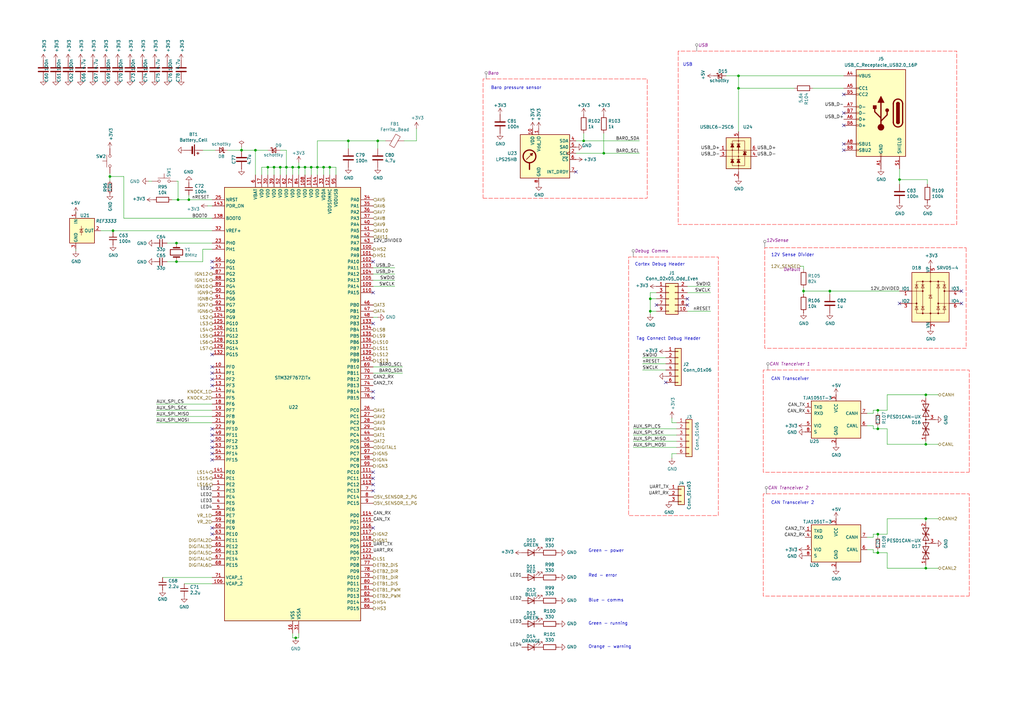
<source format=kicad_sch>
(kicad_sch (version 20250114) (generator "eeschema") (generator_version "9.0")
  (paper "A3")
  (title_block (title "rusEfi Proteus") (date "2022-04-09") (rev "v0.7") (company "rusEFI") (comment 1 "github.com/mck1117/proteus") (comment 2 "rusefi.com/s/proteus"))
  (text "USB" (at 280.035 27.305 0) (effects (font (size 1.27 1.27)) (justify left bottom)))
  (text "CAN Transceiver 2" (at 316.23 207.01 0) (effects (font (size 1.27 1.27)) (justify left bottom)))
  (text "CAN Transceiver" (at 316.23 156.21 0) (effects (font (size 1.27 1.27)) (justify left bottom)))
  (text "Green - running" (at 241.3 256.54 0) (effects (font (size 1.27 1.27)) (justify left bottom)))
  (text "12V Sense Divider" (at 316.23 105.41 0) (effects (font (size 1.27 1.27)) (justify left bottom)))
  (text "Red - error" (at 241.3 236.855 0) (effects (font (size 1.27 1.27)) (justify left bottom)))
  (text "Green - power" (at 241.3 226.695 0) (effects (font (size 1.27 1.27)) (justify left bottom)))
  (text "Tag Connect Debug Header" (at 260.985 139.7 0) (effects (font (size 1.27 1.27)) (justify left bottom)))
  (text "Cortex Debug Header" (at 260.35 109.22 0) (effects (font (size 1.27 1.27)) (justify left bottom)))
  (text "Baro pressure sensor" (at 201.295 36.83 0) (effects (font (size 1.27 1.27)) (justify left bottom)))
  (text "Blue - comms" (at 241.3 247.015 0) (effects (font (size 1.27 1.27)) (justify left bottom)))
  (text "Orange - warning" (at 241.3 266.065 0) (effects (font (size 1.27 1.27)) (justify left bottom)))
  (junction (at 117.475 68.58))
  (junction (at 247.65 62.865))
  (junction (at 73.025 81.915))
  (junction (at 120.015 68.58))
  (junction (at 379.73 212.725))
  (junction (at 329.565 119.38))
  (junction (at 360.045 168.275))
  (junction (at 266.7 122.555))
  (junction (at 45.085 72.39))
  (junction (at 114.935 68.58))
  (junction (at 360.045 226.695))
  (junction (at 112.395 68.58))
  (junction (at 142.875 57.785))
  (junction (at 72.39 99.695))
  (junction (at 379.73 182.245))
  (junction (at 340.36 119.38))
  (junction (at 77.47 81.915))
  (junction (at 99.06 61.595))
  (junction (at 132.715 68.58))
  (junction (at 302.895 31.115))
  (junction (at 266.7 127.635))
  (junction (at 127.635 68.58))
  (junction (at 104.775 61.595))
  (junction (at 302.895 36.195))
  (junction (at 154.94 57.785))
  (junction (at 239.395 57.785))
  (junction (at 379.73 161.925))
  (junction (at 368.935 73.66))
  (junction (at 121.285 261.62))
  (junction (at 135.255 68.58))
  (junction (at 122.555 68.58))
  (junction (at 125.095 68.58))
  (junction (at 360.045 219.075))
  (junction (at 379.73 233.045))
  (junction (at 46.355 94.615))
  (junction (at 109.855 68.58))
  (junction (at 360.045 175.895))
  (junction (at 130.175 68.58))
  (junction (at 72.39 107.315))
  (no_connect (at 273.05 156.845))
  (no_connect (at 346.075 38.735))
  (no_connect (at 394.335 119.38))
  (no_connect (at 86.995 180.975))
  (no_connect (at 86.995 216.535))
  (no_connect (at 281.94 125.095))
  (no_connect (at 86.995 183.515))
  (no_connect (at 153.035 196.215))
  (no_connect (at 86.995 158.115))
  (no_connect (at 153.035 160.655))
  (no_connect (at 153.035 107.315))
  (no_connect (at 86.995 109.855))
  (no_connect (at 153.035 120.015))
  (no_connect (at 86.995 175.895))
  (no_connect (at 86.995 155.575))
  (no_connect (at 153.035 201.295))
  (no_connect (at 281.94 122.555))
  (no_connect (at 236.22 70.485))
  (no_connect (at 368.935 124.46))
  (no_connect (at 86.995 186.055))
  (no_connect (at 153.035 198.755))
  (no_connect (at 86.995 145.415))
  (no_connect (at 269.24 125.095))
  (no_connect (at 86.995 178.435))
  (no_connect (at 153.035 216.535))
  (no_connect (at 86.995 107.315))
  (no_connect (at 86.995 150.495))
  (no_connect (at 153.035 132.715))
  (no_connect (at 346.075 61.595))
  (no_connect (at 153.035 163.195))
  (no_connect (at 346.075 51.435))
  (no_connect (at 153.035 193.675))
  (no_connect (at 86.995 153.035))
  (no_connect (at 394.335 124.46))
  (no_connect (at 346.075 46.355))
  (no_connect (at 346.075 59.055))
  (no_connect (at 86.995 188.595))
  (no_connect (at 86.995 219.075))
  (wire (pts (xy 142.875 57.785) (xy 142.875 60.96)))
  (wire (pts (xy 358.14 174.625) (xy 358.14 175.895)))
  (wire (pts (xy 384.81 233.045) (xy 379.73 233.045)))
  (wire (pts (xy 239.395 57.785) (xy 262.255 57.785)))
  (wire (pts (xy 360.045 175.895) (xy 358.14 175.895)))
  (wire (pts (xy 122.555 261.62) (xy 122.555 259.715)))
  (wire (pts (xy 247.65 54.61) (xy 247.65 62.865)))
  (wire (pts (xy 153.035 112.395) (xy 161.925 112.395)))
  (wire (pts (xy 355.6 174.625) (xy 358.14 174.625)))
  (wire (pts (xy 302.895 31.115) (xy 302.895 36.195)))
  (wire (pts (xy 236.22 57.785) (xy 239.395 57.785)))
  (wire (pts (xy 121.285 261.62) (xy 122.555 261.62)))
  (wire (pts (xy 363.855 175.895) (xy 360.045 175.895)))
  (wire (pts (xy 46.355 94.615) (xy 86.995 94.615)))
  (wire (pts (xy 86.995 170.815) (xy 64.135 170.815)))
  (wire (pts (xy 161.925 109.855) (xy 153.035 109.855)))
  (wire (pts (xy 360.045 220.345) (xy 360.045 219.075)))
  (wire (pts (xy 66.675 236.855) (xy 86.995 236.855)))
  (wire (pts (xy 137.795 68.58) (xy 137.795 71.755)))
  (wire (pts (xy 83.185 61.595) (xy 88.265 61.595)))
  (wire (pts (xy 355.6 169.545) (xy 358.14 169.545)))
  (wire (pts (xy 259.715 175.895) (xy 277.495 175.895)))
  (wire (pts (xy 363.855 212.725) (xy 363.855 219.075)))
  (wire (pts (xy 360.045 168.275) (xy 358.14 168.275)))
  (wire (pts (xy 360.045 219.075) (xy 358.14 219.075)))
  (wire (pts (xy 236.22 62.865) (xy 247.65 62.865)))
  (wire (pts (xy 379.73 161.925) (xy 363.855 161.925)))
  (wire (pts (xy 83.185 102.235) (xy 83.185 107.315)))
  (wire (pts (xy 46.355 94.615) (xy 46.355 95.25)))
  (wire (pts (xy 269.24 127.635) (xy 266.7 127.635)))
  (wire (pts (xy 120.015 68.58) (xy 120.015 71.755)))
  (wire (pts (xy 127.635 68.58) (xy 130.175 68.58)))
  (wire (pts (xy 45.085 72.39) (xy 50.8 72.39)))
  (wire (pts (xy 112.395 68.58) (xy 114.935 68.58)))
  (wire (pts (xy 379.73 212.725) (xy 379.73 213.995)))
  (wire (pts (xy 281.94 120.015) (xy 291.465 120.015)))
  (wire (pts (xy 263.525 149.225) (xy 273.05 149.225)))
  (wire (pts (xy 302.895 31.115) (xy 297.815 31.115)))
  (wire (pts (xy 358.14 169.545) (xy 358.14 168.275)))
  (wire (pts (xy 125.095 68.58) (xy 125.095 71.755)))
  (wire (pts (xy 77.47 81.915) (xy 86.995 81.915)))
  (wire (pts (xy 302.895 36.195) (xy 302.895 53.975)))
  (wire (pts (xy 360.045 219.075) (xy 363.855 219.075)))
  (wire (pts (xy 384.81 212.725) (xy 379.73 212.725)))
  (wire (pts (xy 117.475 68.58) (xy 120.015 68.58)))
  (wire (pts (xy 291.465 127.635) (xy 281.94 127.635)))
  (wire (pts (xy 109.855 68.58) (xy 109.855 71.755)))
  (wire (pts (xy 360.045 226.695) (xy 358.14 226.695)))
  (wire (pts (xy 333.375 36.195) (xy 346.075 36.195)))
  (wire (pts (xy 340.36 119.38) (xy 368.935 119.38)))
  (wire (pts (xy 122.555 68.58) (xy 122.555 71.755)))
  (wire (pts (xy 130.175 68.58) (xy 132.715 68.58)))
  (wire (pts (xy 60.96 74.295) (xy 62.23 74.295)))
  (wire (pts (xy 83.185 102.235) (xy 86.995 102.235)))
  (wire (pts (xy 114.935 61.595) (xy 117.475 61.595)))
  (wire (pts (xy 153.035 153.035) (xy 165.1 153.035)))
  (wire (pts (xy 329.565 119.38) (xy 340.36 119.38)))
  (wire (pts (xy 275.59 173.355) (xy 277.495 173.355)))
  (wire (pts (xy 165.1 150.495) (xy 153.035 150.495)))
  (wire (pts (xy 114.935 68.58) (xy 114.935 71.755)))
  (wire (pts (xy 266.7 120.015) (xy 269.24 120.015)))
  (wire (pts (xy 117.475 61.595) (xy 117.475 68.58)))
  (wire (pts (xy 107.315 68.58) (xy 107.315 71.755)))
  (wire (pts (xy 384.81 182.245) (xy 379.73 182.245)))
  (wire (pts (xy 329.565 110.49) (xy 329.565 109.22)))
  (wire (pts (xy 75.565 239.395) (xy 86.995 239.395)))
  (wire (pts (xy 132.715 68.58) (xy 135.255 68.58)))
  (wire (pts (xy 153.035 130.175) (xy 154.94 130.175)))
  (wire (pts (xy 302.895 36.195) (xy 325.755 36.195)))
  (wire (pts (xy 31.115 86.995) (xy 31.115 87.63)))
  (wire (pts (xy 73.025 74.295) (xy 73.025 81.915)))
  (wire (pts (xy 117.475 68.58) (xy 117.475 71.755)))
  (wire (pts (xy 329.565 118.11) (xy 329.565 119.38)))
  (wire (pts (xy 358.14 225.425) (xy 358.14 226.695)))
  (wire (pts (xy 120.015 261.62) (xy 121.285 261.62)))
  (wire (pts (xy 93.345 61.595) (xy 99.06 61.595)))
  (wire (pts (xy 45.085 71.12) (xy 45.085 72.39)))
  (wire (pts (xy 99.06 61.595) (xy 104.775 61.595)))
  (wire (pts (xy 302.895 31.115) (xy 346.075 31.115)))
  (wire (pts (xy 275.59 186.055) (xy 277.495 186.055)))
  (wire (pts (xy 384.81 161.925) (xy 379.73 161.925)))
  (wire (pts (xy 247.65 62.865) (xy 262.255 62.865)))
  (wire (pts (xy 130.175 57.785) (xy 142.875 57.785)))
  (wire (pts (xy 77.47 81.915) (xy 77.47 80.01)))
  (wire (pts (xy 275.59 171.45) (xy 275.59 173.355)))
  (wire (pts (xy 329.565 109.22) (xy 328.295 109.22)))
  (wire (pts (xy 135.255 68.58) (xy 137.795 68.58)))
  (wire (pts (xy 45.085 72.39) (xy 45.085 74.295)))
  (wire (pts (xy 161.925 114.935) (xy 153.035 114.935)))
  (wire (pts (xy 109.855 68.58) (xy 112.395 68.58)))
  (wire (pts (xy 73.025 81.915) (xy 77.47 81.915)))
  (wire (pts (xy 275.59 187.96) (xy 275.59 186.055)))
  (wire (pts (xy 68.58 107.315) (xy 72.39 107.315)))
  (wire (pts (xy 161.925 117.475) (xy 153.035 117.475)))
  (wire (pts (xy 130.175 68.58) (xy 130.175 71.755)))
  (wire (pts (xy 281.94 117.475) (xy 291.465 117.475)))
  (wire (pts (xy 363.855 182.245) (xy 363.855 175.895)))
  (wire (pts (xy 72.39 99.695) (xy 68.58 99.695)))
  (wire (pts (xy 266.7 127.635) (xy 266.7 122.555)))
  (wire (pts (xy 31.115 102.235) (xy 31.115 102.87)))
  (wire (pts (xy 64.135 165.735) (xy 86.995 165.735)))
  (wire (pts (xy 340.36 119.38) (xy 340.36 120.65)))
  (wire (pts (xy 239.395 54.61) (xy 239.395 57.785)))
  (wire (pts (xy 368.935 73.66) (xy 368.935 75.565)))
  (wire (pts (xy 99.06 60.325) (xy 99.06 61.595)))
  (wire (pts (xy 277.495 180.975) (xy 259.715 180.975)))
  (wire (pts (xy 122.555 68.58) (xy 125.095 68.58)))
  (wire (pts (xy 379.73 233.045) (xy 363.855 233.045)))
  (wire (pts (xy 86.995 173.355) (xy 64.135 173.355)))
  (wire (pts (xy 259.715 178.435) (xy 277.495 178.435)))
  (wire (pts (xy 363.855 161.925) (xy 363.855 168.275)))
  (wire (pts (xy 70.485 81.915) (xy 73.025 81.915)))
  (wire (pts (xy 273.05 146.685) (xy 263.525 146.685)))
  (wire (pts (xy 125.095 68.58) (xy 127.635 68.58)))
  (wire (pts (xy 380.365 75.565) (xy 380.365 73.66)))
  (wire (pts (xy 50.8 89.535) (xy 86.995 89.535)))
  (wire (pts (xy 266.7 122.555) (xy 266.7 120.015)))
  (wire (pts (xy 355.6 225.425) (xy 358.14 225.425)))
  (wire (pts (xy 379.73 161.925) (xy 379.73 163.195)))
  (wire (pts (xy 269.24 122.555) (xy 266.7 122.555)))
  (wire (pts (xy 107.315 68.58) (xy 109.855 68.58)))
  (wire (pts (xy 358.14 220.345) (xy 358.14 219.075)))
  (wire (pts (xy 360.045 169.545) (xy 360.045 168.275)))
  (wire (pts (xy 154.94 57.785) (xy 142.875 57.785)))
  (wire (pts (xy 120.015 261.62) (xy 120.015 259.715)))
  (wire (pts (xy 154.94 60.96) (xy 154.94 57.785)))
  (wire (pts (xy 355.6 220.345) (xy 358.14 220.345)))
  (wire (pts (xy 85.09 84.455) (xy 86.995 84.455)))
  (wire (pts (xy 154.94 57.785) (xy 158.115 57.785)))
  (wire (pts (xy 130.175 57.785) (xy 130.175 68.58)))
  (wire (pts (xy 360.045 168.275) (xy 363.855 168.275)))
  (wire (pts (xy 170.815 57.785) (xy 170.815 52.705)))
  (wire (pts (xy 368.935 73.66) (xy 380.365 73.66)))
  (wire (pts (xy 379.73 182.245) (xy 363.855 182.245)))
  (wire (pts (xy 132.715 68.58) (xy 132.715 71.755)))
  (wire (pts (xy 363.855 226.695) (xy 360.045 226.695)))
  (wire (pts (xy 50.8 72.39) (xy 50.8 89.535)))
  (wire (pts (xy 266.7 127.635) (xy 266.7 128.905)))
  (wire (pts (xy 165.735 57.785) (xy 170.815 57.785)))
  (wire (pts (xy 122.555 66.675) (xy 122.555 68.58)))
  (wire (pts (xy 379.73 212.725) (xy 363.855 212.725)))
  (wire (pts (xy 379.73 233.045) (xy 379.73 231.775)))
  (wire (pts (xy 41.275 94.615) (xy 46.355 94.615)))
  (wire (pts (xy 368.935 69.215) (xy 368.935 73.66)))
  (wire (pts (xy 120.015 68.58) (xy 122.555 68.58)))
  (wire (pts (xy 64.135 168.275) (xy 86.995 168.275)))
  (wire (pts (xy 360.045 225.425) (xy 360.045 226.695)))
  (wire (pts (xy 109.855 61.595) (xy 104.775 61.595)))
  (wire (pts (xy 360.045 174.625) (xy 360.045 175.895)))
  (wire (pts (xy 273.05 151.765) (xy 263.525 151.765)))
  (wire (pts (xy 135.255 68.58) (xy 135.255 71.755)))
  (wire (pts (xy 127.635 68.58) (xy 127.635 71.755)))
  (wire (pts (xy 277.495 183.515) (xy 259.715 183.515)))
  (wire (pts (xy 72.39 107.315) (xy 83.185 107.315)))
  (wire (pts (xy 379.73 182.245) (xy 379.73 180.975)))
  (wire (pts (xy 72.39 99.695) (xy 86.995 99.695)))
  (wire (pts (xy 329.565 119.38) (xy 329.565 120.65)))
  (wire (pts (xy 104.775 61.595) (xy 104.775 71.755)))
  (wire (pts (xy 73.025 74.295) (xy 72.39 74.295)))
  (wire (pts (xy 363.855 233.045) (xy 363.855 226.695)))
  (wire (pts (xy 114.935 68.58) (xy 117.475 68.58)))
  (wire (pts (xy 112.395 68.58) (xy 112.395 71.755)))
  (label "SWCLK" (at 263.525 151.765 0))
  (label "LED3" (at 86.995 206.375 180))
  (label "USB_D+" (at 161.925 112.395 180))
  (label "AUX_SPI_CS" (at 259.715 175.895 0))
  (label "USB_D+" (at 295.275 61.595 180))
  (label "CAN2_RX" (at 153.035 155.575 0))
  (label "LED2" (at 86.995 203.835 180))
  (label "UART_RX" (at 274.32 203.2 180))
  (label "USB_D-" (at 161.925 109.855 180))
  (label "USB_D+" (at 346.075 48.895 180))
  (label "LED4" (at 86.995 208.915 180))
  (label "UART_TX" (at 153.035 224.155 0))
  (label "LED2" (at 213.995 246.38 180))
  (label "SWDIO" (at 263.525 146.685 0))
  (label "CAN2_RX" (at 330.2 220.345 180))
  (label "LED1" (at 213.995 236.855 180))
  (label "BARO_SCL" (at 262.255 62.865 180))
  (label "USB_D-" (at 310.515 64.135 0))
  (label "BARO_SDA" (at 262.255 57.785 180))
  (label "AUX_SPI_MOSI" (at 259.715 183.515 0))
  (label "AUX_SPI_SCK" (at 259.715 178.435 0))
  (label "nRESET" (at 291.465 127.635 180))
  (label "SWDIO" (at 161.925 114.935 180))
  (label "USB_D-" (at 295.275 64.135 180))
  (label "CAN_RX" (at 153.035 211.455 0))
  (label "AUX_SPI_MISO" (at 64.135 170.815 0))
  (label "SWCLK" (at 291.465 120.015 180))
  (label "SWCLK" (at 161.925 117.475 180))
  (label "12V_DIVIDED" (at 153.035 99.695 0))
  (label "USB_D+" (at 310.515 61.595 0))
  (label "BARO_SCL" (at 165.1 150.495 180))
  (label "UART_RX" (at 153.035 226.695 0))
  (label "CAN2_TX" (at 153.035 158.115 0))
  (label "CAN2_TX" (at 330.2 217.805 180))
  (label "SWDIO" (at 291.465 117.475 180))
  (label "AUX_SPI_MOSI" (at 64.135 173.355 0))
  (label "BARO_SDA" (at 165.1 153.035 180))
  (label "LED1" (at 86.995 201.295 180))
  (label "CAN_RX" (at 330.2 169.545 180))
  (label "BOOT0" (at 85.09 89.535 180))
  (label "AUX_SPI_CS" (at 64.135 165.735 0))
  (label "AUX_SPI_MISO" (at 259.715 180.975 0))
  (label "AUX_SPI_SCK" (at 64.135 168.275 0))
  (label "12V_DIVIDED" (at 368.935 119.38 180))
  (label "LED3" (at 213.995 255.905 180))
  (label "USB_D-" (at 346.075 43.815 180))
  (label "nRESET" (at 263.525 149.225 0))
  (label "UART_TX" (at 274.32 200.66 180))
  (label "LED4" (at 213.995 265.43 180))
  (label "CAN_TX" (at 330.2 167.005 180))
  (label "CAN_TX" (at 153.035 213.995 0))
  (label "nRESET" (at 78.74 81.915 0))
  (hierarchical_label "LS5" (shape output) (at 86.995 137.795 180))
  (hierarchical_label "LS4" (shape output) (at 86.995 135.255 180))
  (hierarchical_label "AV1" (shape input) (at 153.035 168.275 0))
  (hierarchical_label "5V_SENSOR_2_PG" (shape input) (at 153.035 203.835 0))
  (hierarchical_label "ETB2_DIR" (shape output) (at 153.035 234.315 0))
  (hierarchical_label "AT2" (shape input) (at 153.035 180.975 0))
  (hierarchical_label "AV7" (shape input) (at 153.035 86.995 0))
  (hierarchical_label "KNOCK_2" (shape input) (at 86.995 163.195 180))
  (hierarchical_label "LS3" (shape output) (at 86.995 132.715 180))
  (hierarchical_label "CANH2" (shape bidirectional) (at 384.81 212.725 0))
  (hierarchical_label "AV6" (shape input) (at 153.035 84.455 0))
  (hierarchical_label "AV10" (shape input) (at 153.035 94.615 0))
  (hierarchical_label "IGN4" (shape output) (at 153.035 188.595 0))
  (hierarchical_label "AT1" (shape input) (at 153.035 178.435 0))
  (hierarchical_label "IGN11" (shape output) (at 86.995 114.935 180))
  (hierarchical_label "IGN7" (shape output) (at 86.995 125.095 180))
  (hierarchical_label "AV11" (shape input) (at 153.035 97.155 0))
  (hierarchical_label "LS1" (shape output) (at 153.035 229.235 0))
  (hierarchical_label "LS15" (shape output) (at 86.995 196.215 180))
  (hierarchical_label "AV3" (shape input) (at 153.035 173.355 0))
  (hierarchical_label "DIGITAL3" (shape input) (at 86.995 224.155 180))
  (hierarchical_label "DIGITAL1" (shape input) (at 153.035 183.515 0))
  (hierarchical_label "HS3" (shape output) (at 153.035 249.555 0))
  (hierarchical_label "5V_SENSOR_1_PG" (shape input) (at 153.035 206.375 0))
  (hierarchical_label "LS8" (shape output) (at 153.035 135.255 0))
  (hierarchical_label "IGN6" (shape output) (at 86.995 127.635 180))
  (hierarchical_label "IGN9" (shape output) (at 86.995 120.015 180))
  (hierarchical_label "CANL2" (shape bidirectional) (at 384.81 233.045 0))
  (hierarchical_label "LS9" (shape output) (at 153.035 137.795 0))
  (hierarchical_label "LS13" (shape output) (at 153.035 147.955 0))
  (hierarchical_label "AT3" (shape input) (at 153.035 125.095 0))
  (hierarchical_label "LS12" (shape output) (at 153.035 145.415 0))
  (hierarchical_label "IGN2" (shape output) (at 153.035 219.075 0))
  (hierarchical_label "AV4" (shape input) (at 153.035 175.895 0))
  (hierarchical_label "DIGITAL6" (shape input) (at 86.995 231.775 180))
  (hierarchical_label "KNOCK_1" (shape input) (at 86.995 160.655 180))
  (hierarchical_label "LS14" (shape output) (at 86.995 193.675 180))
  (hierarchical_label "IGN1" (shape output) (at 153.035 221.615 0))
  (hierarchical_label "CANH" (shape bidirectional) (at 384.81 161.925 0))
  (hierarchical_label "IGN12" (shape output) (at 86.995 112.395 180))
  (hierarchical_label "IGN10" (shape output) (at 86.995 117.475 180))
  (hierarchical_label "AV5" (shape input) (at 153.035 81.915 0))
  (hierarchical_label "DIGITAL5" (shape input) (at 86.995 226.695 180))
  (hierarchical_label "LS11" (shape output) (at 153.035 142.875 0))
  (hierarchical_label "LS16" (shape output) (at 86.995 198.755 180))
  (hierarchical_label "IGN8" (shape output) (at 86.995 122.555 180))
  (hierarchical_label "ETB2_DIS" (shape output) (at 153.035 231.775 0))
  (hierarchical_label "ETB1_PWM" (shape output) (at 153.035 241.935 0))
  (hierarchical_label "DIGITAL2" (shape input) (at 86.995 221.615 180))
  (hierarchical_label "12V_SENSE" (shape input) (at 328.295 109.22 180) (property "Netclass" "Default" (at 328.295 110.49 0) (effects (font (italic yes)) (justify right))))
  (hierarchical_label "IGN3" (shape output) (at 153.035 191.135 0))
  (hierarchical_label "CANL" (shape bidirectional) (at 384.81 182.245 0))
  (hierarchical_label "AV9" (shape input) (at 153.035 92.075 0))
  (hierarchical_label "VR_2" (shape input) (at 86.995 213.995 180))
  (hierarchical_label "AV8" (shape input) (at 153.035 89.535 0))
  (hierarchical_label "ETB1_DIR" (shape output) (at 153.035 236.855 0))
  (hierarchical_label "LS2" (shape output) (at 86.995 130.175 180))
  (hierarchical_label "LS7" (shape output) (at 86.995 142.875 180))
  (hierarchical_label "VR_1" (shape input) (at 86.995 211.455 180))
  (hierarchical_label "ETB2_PWM" (shape output) (at 153.035 244.475 0))
  (hierarchical_label "AV2" (shape input) (at 153.035 170.815 0))
  (hierarchical_label "IGN5" (shape output) (at 153.035 186.055 0))
  (hierarchical_label "HS1" (shape output) (at 153.035 104.775 0))
  (hierarchical_label "AT4" (shape input) (at 153.035 127.635 0))
  (hierarchical_label "ETB1_DIS" (shape output) (at 153.035 239.395 0))
  (hierarchical_label "HS2" (shape output) (at 153.035 102.235 0))
  (hierarchical_label "DIGITAL4" (shape input) (at 86.995 229.235 180))
  (hierarchical_label "LS10" (shape output) (at 153.035 140.335 0))
  (hierarchical_label "LS6" (shape output) (at 86.995 140.335 180))
  (hierarchical_label "HS4" (shape output) (at 153.035 247.015 0))
  (rule_area (polyline (pts (xy 396.24 101.6) (xy 396.24 142.875) (xy 313.69 142.875) (xy 313.69 101.6)) (stroke (width 0) (type dash))))
  (rule_area (polyline (pts (xy 278.13 20.955) (xy 278.13 92.075) (xy 392.43 92.075) (xy 392.43 20.955)) (stroke (width 0) (type dash))))
  (rule_area (polyline (pts (xy 397.51 244.475) (xy 397.51 202.565) (xy 313.055 202.565) (xy 313.055 244.475)) (stroke (width 0) (type dash))))
  (rule_area (polyline (pts (xy 198.12 81.28) (xy 265.43 81.28) (xy 265.43 32.385) (xy 198.12 32.385)) (stroke (width 0) (type dash))))
  (rule_area (polyline (pts (xy 294.64 211.455) (xy 294.64 105.41) (xy 257.81 105.41) (xy 257.81 211.455)) (stroke (width 0) (type dash))))
  (rule_area (polyline (pts (xy 397.51 193.675) (xy 397.51 151.765) (xy 313.055 151.765) (xy 313.055 193.675)) (stroke (width 0) (type dash))))
  (netclass_flag "" (length 2.54) (shape round) (at 314.325 202.565 0) (property "Component Class" "CAN Tranceiver 2" (at 314.9346 200.025 0) (effects (font (italic yes)) (justify left))))
  (netclass_flag "" (length 2.54) (shape round) (at 313.69 101.6 0) (property "Component Class" "12vSense" (at 314.2996 98.5266 0) (effects (font (italic yes)) (justify left))))
  (netclass_flag "" (length 2.54) (shape round) (at 314.96 151.765 0) (property "Component Class" "CAN Tranceiver 1" (at 315.5696 149.225 0) (effects (font (italic yes)) (justify left))))
  (netclass_flag "" (length 2.54) (shape round) (at 199.39 32.385 0) (property "Component Class" "Baro" (at 199.9996 29.9466 0) (effects (font (italic yes)) (justify left))))
  (netclass_flag "" (length 2.54) (shape round) (at 285.75 20.955 0) (property "Component Class" "USB" (at 286.3596 18.5166 0) (effects (font (italic yes)) (justify left))))
  (netclass_flag "" (length 2.54) (shape round) (at 259.715 105.41 0) (property "Component Class" "Debug Comms" (at 260.3246 102.87 0) (effects (font (italic yes)) (justify left))))
  (symbol (lib_id "Device:C") (at 43.18 28.575 0) (mirror x) (unit 1)
    (property "Reference" "C69" (at 44.45 29.845 90) (effects (justify left)))
    (property "Value" "100n" (at 44.45 24.13 90) (effects (justify left)))
    (property "Footprint" "Capacitor_SMD:C_0603_1608Metric" (effects (hide yes)))
    (property "LCSC" "C14663" (effects (hide yes)))
    (property "LCSC_ext" "0" (effects (hide yes)))
  )
  (symbol (lib_id "Device:C") (at 48.26 28.575 0) (mirror x) (unit 1)
    (property "Reference" "C70" (at 49.53 29.845 90) (effects (justify left)))
    (property "Value" "100n" (at 49.53 24.13 90) (effects (justify left)))
    (property "Footprint" "Capacitor_SMD:C_0603_1608Metric" (effects (hide yes)))
    (property "LCSC" "C14663" (effects (hide yes)))
    (property "LCSC_ext" "0" (effects (hide yes)))
  )
  (symbol (lib_id "Device:C") (at 53.34 28.575 0) (mirror x) (unit 1)
    (property "Reference" "C73" (at 54.61 29.845 90) (effects (justify left)))
    (property "Value" "100n" (at 54.61 24.13 90) (effects (justify left)))
    (property "Footprint" "Capacitor_SMD:C_0603_1608Metric" (effects (hide yes)))
    (property "LCSC" "C14663" (effects (hide yes)))
    (property "LCSC_ext" "0" (effects (hide yes)))
  )
  (symbol (lib_id "Device:C") (at 58.42 28.575 0) (mirror x) (unit 1)
    (property "Reference" "C74" (at 59.69 29.845 90) (effects (justify left)))
    (property "Value" "100n" (at 59.69 24.13 90) (effects (justify left)))
    (property "Footprint" "Capacitor_SMD:C_0603_1608Metric" (effects (hide yes)))
    (property "LCSC" "C14663" (effects (hide yes)))
    (property "LCSC_ext" "0" (effects (hide yes)))
  )
  (symbol (lib_id "Device:C") (at 63.5 28.575 0) (mirror x) (unit 1)
    (property "Reference" "C75" (at 64.77 29.845 90) (effects (justify left)))
    (property "Value" "4.7u" (at 64.77 24.13 90) (effects (justify left)))
    (property "Footprint" "Capacitor_SMD:C_0603_1608Metric" (effects (hide yes)))
    (property "LCSC" "C19666" (effects (hide yes)))
    (property "LCSC_ext" "0" (effects (hide yes)))
    (property "PN" "CGA3E2X7R1H103M080AA" (effects (hide yes)))
  )
  (symbol (lib_id "Device:C") (at 68.58 28.575 0) (mirror x) (unit 1)
    (property "Reference" "C76" (at 69.85 29.845 90) (effects (justify left)))
    (property "Value" "100n" (at 69.85 24.13 90) (effects (justify left)))
    (property "Footprint" "Capacitor_SMD:C_0603_1608Metric" (effects (hide yes)))
    (property "LCSC" "C14663" (effects (hide yes)))
    (property "LCSC_ext" "0" (effects (hide yes)))
  )
  (symbol (lib_id "power:GND") (at 22.86 32.385 0) (mirror y) (unit 1)
    (property "Reference" "#PWR0133" (effects (hide yes)))
    (property "Value" "GND" (effects (hide yes)))
    (property "Description" "Power symbol creates a global label with name \"GND\" , ground" (effects (hide yes)))
  )
  (symbol (lib_id "power:GND") (at 27.94 32.385 0) (mirror y) (unit 1)
    (property "Reference" "#PWR0135" (effects (hide yes)))
    (property "Value" "GND" (effects (hide yes)))
    (property "Description" "Power symbol creates a global label with name \"GND\" , ground" (effects (hide yes)))
  )
  (symbol (lib_id "power:GND") (at 33.02 32.385 0) (mirror y) (unit 1)
    (property "Reference" "#PWR0140" (effects (hide yes)))
    (property "Value" "GND" (effects (hide yes)))
    (property "Description" "Power symbol creates a global label with name \"GND\" , ground" (effects (hide yes)))
  )
  (symbol (lib_id "power:GND") (at 38.1 32.385 0) (mirror y) (unit 1)
    (property "Reference" "#PWR0143" (effects (hide yes)))
    (property "Value" "GND" (effects (hide yes)))
    (property "Description" "Power symbol creates a global label with name \"GND\" , ground" (effects (hide yes)))
  )
  (symbol (lib_id "power:GND") (at 43.18 32.385 0) (mirror y) (unit 1)
    (property "Reference" "#PWR0146" (effects (hide yes)))
    (property "Value" "GND" (effects (hide yes)))
    (property "Description" "Power symbol creates a global label with name \"GND\" , ground" (effects (hide yes)))
  )
  (symbol (lib_id "power:GND") (at 48.26 32.385 0) (mirror y) (unit 1)
    (property "Reference" "#PWR0149" (effects (hide yes)))
    (property "Value" "GND" (effects (hide yes)))
    (property "Description" "Power symbol creates a global label with name \"GND\" , ground" (effects (hide yes)))
  )
  (symbol (lib_id "power:GND") (at 53.34 32.385 0) (mirror y) (unit 1)
    (property "Reference" "#PWR0153" (effects (hide yes)))
    (property "Value" "GND" (effects (hide yes)))
    (property "Description" "Power symbol creates a global label with name \"GND\" , ground" (effects (hide yes)))
  )
  (symbol (lib_id "power:GND") (at 58.42 32.385 0) (mirror y) (unit 1)
    (property "Reference" "#PWR0156" (effects (hide yes)))
    (property "Value" "GND" (effects (hide yes)))
    (property "Description" "Power symbol creates a global label with name \"GND\" , ground" (effects (hide yes)))
  )
  (symbol (lib_id "power:GND") (at 63.5 32.385 0) (mirror y) (unit 1)
    (property "Reference" "#PWR0159" (effects (hide yes)))
    (property "Value" "GND" (effects (hide yes)))
    (property "Description" "Power symbol creates a global label with name \"GND\" , ground" (effects (hide yes)))
  )
  (symbol (lib_id "power:GND") (at 68.58 32.385 0) (mirror y) (unit 1)
    (property "Reference" "#PWR0161" (effects (hide yes)))
    (property "Value" "GND" (effects (hide yes)))
    (property "Description" "Power symbol creates a global label with name \"GND\" , ground" (effects (hide yes)))
  )
  (symbol (lib_id "Device:C") (at 74.295 28.575 180) (unit 1)
    (property "Reference" "C78" (at 73.025 29.845 90) (effects (justify left)))
    (property "Value" "4.7u" (at 73.025 24.13 90) (effects (justify left)))
    (property "Footprint" "Capacitor_SMD:C_0603_1608Metric" (effects (hide yes)))
    (property "LCSC" "C19666" (effects (hide yes)))
    (property "LCSC_ext" "0" (effects (hide yes)))
    (property "PN" "CGA3E2X7R1H103M080AA" (effects (hide yes)))
  )
  (symbol (lib_id "power:GND") (at 74.295 32.385 0) (unit 1)
    (property "Reference" "#PWR0164" (effects (hide yes)))
    (property "Value" "GND" (effects (hide yes)))
    (property "Description" "Power symbol creates a global label with name \"GND\" , ground" (effects (hide yes)))
  )
  (symbol (lib_id "Device:LED") (at 217.805 226.695 180) (unit 1)
    (property "Reference" "D10" (at 217.805 221.615 0))
    (property "Value" "GREEN" (at 217.805 223.52 0))
    (property "Footprint" "PCM_SparkFun-LED:LED_0603_1608Metric_Green" (effects (hide yes)))
    (property "Sim.Pins" "1=K 2=A" (effects (hide yes)))
    (property "LCSC" "C72043" (effects (hide yes)))
    (property "LCSC_ext" "0" (effects (hide yes)))
  )
  (symbol (lib_id "power:+3V3") (at 213.995 226.695 90) (unit 1)
    (property "Reference" "#PWR0171" (effects (hide yes)))
    (property "Value" "+3V3" (at 210.7438 226.314 90) (effects (justify left)))
    (property "Description" "Power symbol creates a global label with name \"+3V3\"" (effects (hide yes)))
  )
  (symbol (lib_id "Device:R") (at 225.425 226.695 270) (unit 1)
    (property "Reference" "R97" (at 225.425 221.4372 90))
    (property "Value" "330" (at 225.425 223.7486 90))
    (property "Footprint" "Resistor_SMD:R_0402_1005Metric" (effects (hide yes)))
    (property "LCSC" "C25104" (effects (hide yes)))
  )
  (symbol (lib_id "power:GND") (at 229.235 226.695 90) (unit 1)
    (property "Reference" "#PWR0174" (effects (hide yes)))
    (property "Value" "GND" (at 232.4862 226.568 90) (effects (justify right)))
    (property "Description" "Power symbol creates a global label with name \"GND\" , ground" (effects (hide yes)))
  )
  (symbol (lib_id "Device:C") (at 17.78 28.575 0) (mirror x) (unit 1)
    (property "Reference" "C60" (at 19.05 29.845 90) (effects (justify left)))
    (property "Value" "100n" (at 19.05 24.13 90) (effects (justify left)))
    (property "Footprint" "Capacitor_SMD:C_0603_1608Metric" (effects (hide yes)))
    (property "LCSC" "C14663" (effects (hide yes)))
    (property "LCSC_ext" "0" (effects (hide yes)))
  )
  (symbol (lib_id "Device:C") (at 22.86 28.575 0) (mirror x) (unit 1)
    (property "Reference" "C61" (at 24.13 29.845 90) (effects (justify left)))
    (property "Value" "100n" (at 24.13 24.13 90) (effects (justify left)))
    (property "Footprint" "Capacitor_SMD:C_0603_1608Metric" (effects (hide yes)))
    (property "LCSC" "C14663" (effects (hide yes)))
    (property "LCSC_ext" "0" (effects (hide yes)))
  )
  (symbol (lib_id "Device:C") (at 27.94 28.575 0) (mirror x) (unit 1)
    (property "Reference" "C62" (at 29.21 29.845 90) (effects (justify left)))
    (property "Value" "100n" (at 29.21 24.13 90) (effects (justify left)))
    (property "Footprint" "Capacitor_SMD:C_0603_1608Metric" (effects (hide yes)))
    (property "LCSC" "C14663" (effects (hide yes)))
    (property "LCSC_ext" "0" (effects (hide yes)))
  )
  (symbol (lib_id "Device:C") (at 33.02 28.575 0) (mirror x) (unit 1)
    (property "Reference" "C66" (at 34.29 29.845 90) (effects (justify left)))
    (property "Value" "4.7u" (at 34.29 24.13 90) (effects (justify left)))
    (property "Footprint" "Capacitor_SMD:C_0603_1608Metric" (effects (hide yes)))
    (property "LCSC" "C19666" (effects (hide yes)))
    (property "LCSC_ext" "0" (effects (hide yes)))
    (property "PN" "CGA3E2X7R1H103M080AA" (effects (hide yes)))
  )
  (symbol (lib_id "Device:C") (at 38.1 28.575 0) (mirror x) (unit 1)
    (property "Reference" "C67" (at 39.37 29.845 90) (effects (justify left)))
    (property "Value" "4.7u" (at 39.37 24.13 90) (effects (justify left)))
    (property "Footprint" "Capacitor_SMD:C_0603_1608Metric" (effects (hide yes)))
    (property "LCSC" "C19666" (effects (hide yes)))
    (property "LCSC_ext" "0" (effects (hide yes)))
    (property "PN" "CGA3E2X7R1H103M080AA" (effects (hide yes)))
  )
  (symbol (lib_id "power:GND") (at 17.78 32.385 0) (mirror y) (unit 1)
    (property "Reference" "#PWR0129" (effects (hide yes)))
    (property "Value" "GND" (effects (hide yes)))
    (property "Description" "Power symbol creates a global label with name \"GND\" , ground" (effects (hide yes)))
  )
  (symbol (lib_id "Connector_Generic:Conn_02x05_Odd_Even") (at 274.32 122.555 0) (unit 1)
    (property "Reference" "J1" (at 275.59 111.9632 0))
    (property "Value" "Conn_02x05_Odd_Even" (at 275.59 114.2746 0))
    (property "Footprint" "Connector_PinHeader_1.27mm:PinHeader_2x05_P1.27mm_Vertical_SMD" (effects (hide yes)))
    (property "LCSC" "N/A" (effects (hide yes)))
    (property "PN" "FTSH-105-01-F-DV-007-K" (effects (hide yes)))
  )
  (symbol (lib_id "power:GND") (at 266.7 128.905 0) (unit 1)
    (property "Reference" "#PWR0186" (effects (hide yes)))
    (property "Value" "GND" (at 266.827 133.2992 0))
    (property "Description" "Power symbol creates a global label with name \"GND\" , ground" (effects (hide yes)))
  )
  (symbol (lib_id "power:+3V3") (at 269.24 117.475 90) (unit 1)
    (property "Reference" "#PWR0188" (effects (hide yes)))
    (property "Value" "+3V3" (at 265.9888 117.094 90) (effects (justify left)))
    (property "Description" "Power symbol creates a global label with name \"+3V3\"" (effects (hide yes)))
  )
  (symbol (lib_id "Device:C") (at 368.935 79.375 0) (unit 1)
    (property "Reference" "C83" (at 371.856 78.2066 0) (effects (justify left)))
    (property "Value" "100n" (at 371.856 80.518 0) (effects (justify left)))
    (property "Footprint" "Capacitor_SMD:C_0603_1608Metric" (effects (hide yes)))
    (property "LCSC" "C14663" (effects (hide yes)))
    (property "LCSC_ext" "0" (effects (hide yes)))
  )
  (symbol (lib_id "Device:R") (at 380.365 79.375 0) (unit 1)
    (property "Reference" "R109" (at 382.143 78.2066 0) (effects (justify left)))
    (property "Value" "100k" (at 382.143 80.518 0) (effects (justify left)))
    (property "Footprint" "Resistor_SMD:R_0402_1005Metric" (effects (hide yes)))
    (property "LCSC" "C25741" (effects (hide yes)))
    (property "LCSC_ext" "0" (effects (hide yes)))
  )
  (symbol (lib_id "power:GND") (at 380.365 83.185 0) (unit 1)
    (property "Reference" "#PWR0208" (effects (hide yes)))
    (property "Value" "GND" (at 380.492 87.5792 0))
    (property "Description" "Power symbol creates a global label with name \"GND\" , ground" (effects (hide yes)))
  )
  (symbol (lib_id "power:GND") (at 368.935 83.185 0) (unit 1)
    (property "Reference" "#PWR0207" (effects (hide yes)))
    (property "Value" "GND" (at 369.062 87.5792 0))
    (property "Description" "Power symbol creates a global label with name \"GND\" , ground" (effects (hide yes)))
  )
  (symbol (lib_id "Device:R") (at 329.565 114.3 0) (unit 1)
    (property "Reference" "R105" (at 331.343 113.1316 0) (effects (justify left)))
    (property "Value" "82k" (at 331.343 115.443 0) (effects (justify left)))
    (property "Footprint" "Resistor_SMD:R_0603_1608Metric" (effects (hide yes)))
    (property "LCSC" "C23254" (effects (hide yes)))
    (property "LCSC_ext" "0" (effects (hide yes)))
  )
  (symbol (lib_id "Device:R") (at 329.565 124.46 0) (unit 1)
    (property "Reference" "R106" (at 331.343 123.2916 0) (effects (justify left)))
    (property "Value" "10k" (at 331.343 125.603 0) (effects (justify left)))
    (property "Footprint" "Resistor_SMD:R_0402_1005Metric" (effects (hide yes)))
    (property "LCSC" "C25744" (effects (hide yes)))
    (property "LCSC_ext" "0" (effects (hide yes)))
  )
  (symbol (lib_id "power:GND") (at 329.565 128.27 0) (unit 1)
    (property "Reference" "#PWR0196" (effects (hide yes)))
    (property "Value" "GND" (at 329.692 132.6642 0))
    (property "Description" "Power symbol creates a global label with name \"GND\" , ground" (effects (hide yes)))
  )
  (symbol (lib_id "Device:LED") (at 217.805 236.855 180) (unit 1)
    (property "Reference" "D11" (at 217.805 232.41 0))
    (property "Value" "RED" (at 217.805 234.315 0))
    (property "Footprint" "PCM_SparkFun-LED:LED_0603_1608Metric_Red" (effects (hide yes)))
    (property "Sim.Pins" "1=K 2=A" (effects (hide yes)))
    (property "LCSC" "C2286" (effects (hide yes)))
    (property "LCSC_ext" "0" (effects (hide yes)))
  )
  (symbol (lib_id "Device:R") (at 225.425 236.855 270) (unit 1)
    (property "Reference" "R98" (at 225.425 231.5972 90))
    (property "Value" "330" (at 225.425 233.9086 90))
    (property "Footprint" "Resistor_SMD:R_0402_1005Metric" (effects (hide yes)))
    (property "LCSC" "C25104" (effects (hide yes)))
  )
  (symbol (lib_id "power:GND") (at 229.235 236.855 90) (unit 1)
    (property "Reference" "#PWR0175" (effects (hide yes)))
    (property "Value" "GND" (at 232.4862 236.728 90) (effects (justify right)))
    (property "Description" "Power symbol creates a global label with name \"GND\" , ground" (effects (hide yes)))
  )
  (symbol (lib_id "power:GND") (at 381.635 134.62 0) (unit 1)
    (property "Reference" "#PWR0210" (effects (hide yes)))
    (property "Value" "GND" (at 381.762 139.0142 0))
    (property "Description" "Power symbol creates a global label with name \"GND\" , ground" (effects (hide yes)))
  )
  (symbol (lib_id "power:+3V3") (at 381.635 109.22 0) (unit 1)
    (property "Reference" "#PWR0209" (effects (hide yes)))
    (property "Value" "+3V3" (at 382.016 104.8258 0))
    (property "Description" "Power symbol creates a global label with name \"+3V3\"" (effects (hide yes)))
  )
  (symbol (lib_id "Device:LED") (at 217.805 246.38 180) (unit 1)
    (property "Reference" "D12" (at 217.805 241.935 0))
    (property "Value" "BLUE" (at 217.805 243.84 0))
    (property "Footprint" "PCM_SparkFun-LED:LED_0603_1608Metric_Blue" (effects (hide yes)))
    (property "Sim.Pins" "1=K 2=A" (effects (hide yes)))
    (property "LCSC" "C72041" (effects (hide yes)))
    (property "LCSC_ext" "0" (effects (hide yes)))
  )
  (symbol (lib_id "Device:R") (at 225.425 246.38 270) (unit 1)
    (property "Reference" "R99" (at 225.425 241.1222 90))
    (property "Value" "330" (at 225.425 243.4336 90))
    (property "Footprint" "Resistor_SMD:R_0402_1005Metric" (effects (hide yes)))
    (property "LCSC" "C25104" (effects (hide yes)))
  )
  (symbol (lib_id "power:GND") (at 229.235 246.38 90) (unit 1)
    (property "Reference" "#PWR0176" (effects (hide yes)))
    (property "Value" "GND" (at 232.4862 246.253 90) (effects (justify right)))
    (property "Description" "Power symbol creates a global label with name \"GND\" , ground" (effects (hide yes)))
  )
  (symbol (lib_id "Device:LED") (at 217.805 255.905 180) (unit 1)
    (property "Reference" "D13" (at 217.805 251.46 0))
    (property "Value" "GREEN" (at 217.805 253.365 0))
    (property "Footprint" "PCM_SparkFun-LED:LED_0603_1608Metric_Green" (effects (hide yes)))
    (property "Sim.Pins" "1=K 2=A" (effects (hide yes)))
    (property "LCSC" "C72043" (effects (hide yes)))
    (property "LCSC_ext" "0" (effects (hide yes)))
  )
  (symbol (lib_id "Device:R") (at 225.425 255.905 270) (unit 1)
    (property "Reference" "R100" (at 225.425 250.6472 90))
    (property "Value" "330" (at 225.425 252.9586 90))
    (property "Footprint" "Resistor_SMD:R_0402_1005Metric" (effects (hide yes)))
    (property "LCSC" "C25104" (effects (hide yes)))
  )
  (symbol (lib_id "power:GND") (at 229.235 255.905 90) (unit 1)
    (property "Reference" "#PWR0177" (effects (hide yes)))
    (property "Value" "GND" (at 232.4862 255.778 90) (effects (justify right)))
    (property "Description" "Power symbol creates a global label with name \"GND\" , ground" (effects (hide yes)))
  )
  (symbol (lib_id "Device:LED") (at 217.805 265.43 180) (unit 1)
    (property "Reference" "D14" (at 217.805 260.985 0))
    (property "Value" "ORANGE" (at 217.805 262.89 0))
    (property "Footprint" "PCM_SparkFun-LED:LED_0603_1608Metric_Orange" (effects (hide yes)))
    (property "Sim.Pins" "1=K 2=A" (effects (hide yes)))
    (property "LCSC" "C72038" (effects (hide yes)))
    (property "LCSC_ext" "0" (effects (hide yes)))
  )
  (symbol (lib_id "Device:R") (at 225.425 265.43 270) (unit 1)
    (property "Reference" "R101" (at 225.425 260.1722 90))
    (property "Value" "330" (at 225.425 262.4836 90))
    (property "Footprint" "Resistor_SMD:R_0402_1005Metric" (effects (hide yes)))
    (property "LCSC" "C25104" (effects (hide yes)))
  )
  (symbol (lib_id "power:GND") (at 229.235 265.43 90) (unit 1)
    (property "Reference" "#PWR0178" (effects (hide yes)))
    (property "Value" "GND" (at 232.4862 265.303 90) (effects (justify right)))
    (property "Description" "Power symbol creates a global label with name \"GND\" , ground" (effects (hide yes)))
  )
  (symbol (lib_id "Device:C") (at 340.36 124.46 0) (unit 1)
    (property "Reference" "C82" (at 343.281 123.2916 0) (effects (justify left)))
    (property "Value" "1u" (at 343.281 125.603 0) (effects (justify left)))
    (property "Footprint" "Capacitor_SMD:C_0603_1608Metric" (effects (hide yes)))
    (property "LCSC" "C15849" (effects (hide yes)))
    (property "LCSC_ext" "0" (effects (hide yes)))
  )
  (symbol (lib_id "power:GND") (at 340.36 128.27 0) (unit 1)
    (property "Reference" "#PWR0201" (effects (hide yes)))
    (property "Value" "GND" (at 340.487 132.6642 0))
    (property "Description" "Power symbol creates a global label with name \"GND\" , ground" (effects (hide yes)))
  )
  (symbol (lib_id "power:+5V") (at 292.735 31.115 90) (unit 1)
    (property "Reference" "#PWR0194" (effects (hide yes)))
    (property "Value" "+5V" (at 288.3408 30.734 0))
    (property "Description" "Power symbol creates a global label with name \"+5V\"" (effects (hide yes)))
  )
  (symbol (lib_id "Device:D_Schottky_Small") (at 295.275 31.115 0) (unit 1)
    (property "Reference" "D15" (at 298.45 29.21 0) (effects (justify right)))
    (property "Value" "schottky" (at 299.085 33.02 0) (effects (justify right)))
    (property "Footprint" "Diode_SMD:D_SOD-123" (effects (hide yes)))
    (property "LCSC" "C8598" (effects (hide yes)))
    (property "LCSC_ext" "0" (effects (hide yes)))
  )
  (symbol (lib_id "power:GND") (at 302.895 73.025 0) (unit 1)
    (property "Reference" "#PWR0195" (effects (hide yes)))
    (property "Value" "GND" (at 303.022 77.4192 0))
    (property "Description" "Power symbol creates a global label with name \"GND\" , ground" (effects (hide yes)))
  )
  (symbol (lib_id "Switch:SW_Push") (at 45.085 66.04 90) (unit 1)
    (property "Reference" "SW2" (at 39.37 64.135 90) (effects (justify right)))
    (property "Value" "SW_Push" (effects (hide yes)))
    (property "Footprint" "Button_Switch_SMD:SW_SPST_EVQP2_ShortPushTravel_H2.5mm" (effects (hide yes)))
    (property "LCSC" "C318887" (effects (hide yes)))
    (property "LCSC_ext" "1" (effects (hide yes)))
  )
  (symbol (lib_id "power:GND") (at 45.085 79.375 0) (unit 1)
    (property "Reference" "#PWR0173" (effects (hide yes)))
    (property "Value" "GND" (at 45.212 82.6262 90) (effects (justify right)))
    (property "Description" "Power symbol creates a global label with name \"GND\" , ground" (effects (hide yes)))
  )
  (symbol (lib_id "Device:R_Small") (at 45.085 76.835 0) (unit 1)
    (property "Reference" "R96" (at 43.18 76.835 90))
    (property "Value" "10k" (at 45.085 76.835 90))
    (property "Footprint" "Resistor_SMD:R_0402_1005Metric" (effects (hide yes)))
    (property "LCSC" "C25744" (effects (hide yes)))
    (property "LCSC_ext" "0" (effects (hide yes)))
  )
  (symbol (lib_id "power:+3V3") (at 45.085 60.96 0) (unit 1)
    (property "Reference" "#PWR0172" (effects (hide yes)))
    (property "Value" "+3V3" (at 45.466 57.7088 90) (effects (justify left)))
    (property "Description" "Power symbol creates a global label with name \"+3V3\"" (effects (hide yes)))
  )
  (symbol (lib_id "power:+3V3") (at 17.78 24.765 0) (unit 1)
    (property "Reference" "#PWR0128" (effects (hide yes)))
    (property "Value" "+3V3" (at 18.161 21.5138 90) (effects (justify left)))
    (property "Description" "Power symbol creates a global label with name \"+3V3\"" (effects (hide yes)))
  )
  (symbol (lib_id "power:+3V3") (at 22.86 24.765 0) (unit 1)
    (property "Reference" "#PWR0132" (effects (hide yes)))
    (property "Value" "+3V3" (at 23.241 21.5138 90) (effects (justify left)))
    (property "Description" "Power symbol creates a global label with name \"+3V3\"" (effects (hide yes)))
  )
  (symbol (lib_id "power:+3V3") (at 27.94 24.765 0) (unit 1)
    (property "Reference" "#PWR0134" (effects (hide yes)))
    (property "Value" "+3V3" (at 28.321 21.5138 90) (effects (justify left)))
    (property "Description" "Power symbol creates a global label with name \"+3V3\"" (effects (hide yes)))
  )
  (symbol (lib_id "power:+3V3") (at 33.02 24.765 0) (unit 1)
    (property "Reference" "#PWR0139" (effects (hide yes)))
    (property "Value" "+3V3" (at 33.401 21.5138 90) (effects (justify left)))
    (property "Description" "Power symbol creates a global label with name \"+3V3\"" (effects (hide yes)))
  )
  (symbol (lib_id "power:+3V3") (at 38.1 24.765 0) (unit 1)
    (property "Reference" "#PWR0142" (effects (hide yes)))
    (property "Value" "+3V3" (at 38.481 21.5138 90) (effects (justify left)))
    (property "Description" "Power symbol creates a global label with name \"+3V3\"" (effects (hide yes)))
  )
  (symbol (lib_id "power:+3V3") (at 43.18 24.765 0) (unit 1)
    (property "Reference" "#PWR0145" (effects (hide yes)))
    (property "Value" "+3V3" (at 43.561 21.5138 90) (effects (justify left)))
    (property "Description" "Power symbol creates a global label with name \"+3V3\"" (effects (hide yes)))
  )
  (symbol (lib_id "power:+3V3") (at 48.26 24.765 0) (unit 1)
    (property "Reference" "#PWR0148" (effects (hide yes)))
    (property "Value" "+3V3" (at 48.641 21.5138 90) (effects (justify left)))
    (property "Description" "Power symbol creates a global label with name \"+3V3\"" (effects (hide yes)))
  )
  (symbol (lib_id "power:+3V3") (at 53.34 24.765 0) (unit 1)
    (property "Reference" "#PWR0152" (effects (hide yes)))
    (property "Value" "+3V3" (at 53.721 21.5138 90) (effects (justify left)))
    (property "Description" "Power symbol creates a global label with name \"+3V3\"" (effects (hide yes)))
  )
  (symbol (lib_id "power:+3V3") (at 58.42 24.765 0) (unit 1)
    (property "Reference" "#PWR0155" (effects (hide yes)))
    (property "Value" "+3V3" (at 58.801 21.5138 90) (effects (justify left)))
    (property "Description" "Power symbol creates a global label with name \"+3V3\"" (effects (hide yes)))
  )
  (symbol (lib_id "power:+3V3") (at 63.5 24.765 0) (unit 1)
    (property "Reference" "#PWR0158" (effects (hide yes)))
    (property "Value" "+3V3" (at 63.881 21.5138 90) (effects (justify left)))
    (property "Description" "Power symbol creates a global label with name \"+3V3\"" (effects (hide yes)))
  )
  (symbol (lib_id "power:+3V3") (at 68.58 24.765 0) (unit 1)
    (property "Reference" "#PWR0160" (effects (hide yes)))
    (property "Value" "+3V3" (at 68.961 21.5138 90) (effects (justify left)))
    (property "Description" "Power symbol creates a global label with name \"+3V3\"" (effects (hide yes)))
  )
  (symbol (lib_id "power:+3V3") (at 74.295 24.765 0) (unit 1)
    (property "Reference" "#PWR0163" (effects (hide yes)))
    (property "Value" "+3V3" (at 74.676 21.5138 90) (effects (justify left)))
    (property "Description" "Power symbol creates a global label with name \"+3V3\"" (effects (hide yes)))
  )
  (symbol (lib_id "Power_Protection:SRV05-4") (at 381.635 121.92 0) (unit 1)
    (property "Reference" "D18" (at 375.92 109.855 0))
    (property "Value" "SRV05-4" (at 388.62 109.855 0))
    (property "Footprint" "Package_TO_SOT_SMD:SOT-23-6" (effects (hide yes)))
    (property "Datasheet" "http://www.onsemi.com/pub/Collateral/SRV05-4-D.PDF" (effects (hide yes)))
    (property "LCSC" "C85364" (effects (hide yes)))
    (property "LCSC_ext" "0" (effects (hide yes)))
  )
  (symbol (lib_id "Connector_Generic:Conn_01x06") (at 282.575 178.435 0) (unit 1)
    (property "Reference" "J3" (at 281.432 171.0182 0) (effects (justify left)))
    (property "Value" "Conn_01x06" (at 285.877 184.7596 90) (effects (justify left)))
    (property "Footprint" "Connector_PinHeader_2.54mm:PinHeader_1x06_P2.54mm_Vertical_SMD_Pin1Left" (effects (hide yes)))
    (property "LCSC" "N/A" (effects (hide yes)))
  )
  (symbol (lib_id "power:GND") (at 275.59 187.96 0) (unit 1)
    (property "Reference" "#PWR0192" (effects (hide yes)))
    (property "Value" "GND" (at 275.717 192.3542 0))
    (property "Description" "Power symbol creates a global label with name \"GND\" , ground" (effects (hide yes)))
  )
  (symbol (lib_id "power:+3V3") (at 275.59 171.45 0) (unit 1)
    (property "Reference" "#PWR0191" (effects (hide yes)))
    (property "Value" "+3V3" (at 275.971 168.1988 90) (effects (justify left)))
    (property "Description" "Power symbol creates a global label with name \"+3V3\"" (effects (hide yes)))
  )
  (symbol (lib_id "Connector_Generic:Conn_01x03") (at 279.4 203.2 0) (unit 1)
    (property "Reference" "J4" (at 279.4 198.12 0))
    (property "Value" "Conn_01x03" (at 282.575 203.2 90))
    (property "Footprint" "Connector_PinHeader_2.54mm:PinHeader_1x03_P2.54mm_Vertical_SMD_Pin1Left" (effects (hide yes)))
    (property "Description" "Generic connector, single row, 01x03, script generated (kicad-library-utils/schlib/autogen/connector/)" (effects (hide yes)))
  )
  (symbol (lib_id "power:GND") (at 220.98 75.565 0) (unit 1)
    (property "Reference" "#PWR0183" (effects (hide yes)))
    (property "Value" "GND" (at 221.107 79.9592 0))
    (property "Description" "Power symbol creates a global label with name \"GND\" , ground" (effects (hide yes)))
  )
  (symbol (lib_id "Connector_Generic:Conn_01x06") (at 278.13 149.225 0) (unit 1)
    (property "Reference" "J2" (at 280.162 149.4282 0) (effects (justify left)))
    (property "Value" "Conn_01x06" (at 280.162 151.7396 0) (effects (justify left)))
    (property "Footprint" "Connector:Tag-Connect_TC2030-IDC-NL_2x03_P1.27mm_Vertical" (effects (hide yes)))
  )
  (symbol (lib_id "power:GND") (at 273.05 154.305 270) (unit 1)
    (property "Reference" "#PWR0190" (effects (hide yes)))
    (property "Value" "GND" (effects (hide yes)))
    (property "Description" "Power symbol creates a global label with name \"GND\" , ground" (effects (hide yes)))
  )
  (symbol (lib_id "power:+3V3") (at 273.05 144.145 90) (unit 1)
    (property "Reference" "#PWR0189" (effects (hide yes)))
    (property "Value" "+3V3" (at 269.7988 143.764 90) (effects (justify left)))
    (property "Description" "Power symbol creates a global label with name \"+3V3\"" (effects (hide yes)))
  )
  (symbol (lib_id "power:+3V3") (at 236.22 65.405 270) (unit 1)
    (property "Reference" "#PWR0185" (effects (hide yes)))
    (property "Value" "+3V3" (at 241.935 65.405 90))
    (property "Description" "Power symbol creates a global label with name \"+3V3\"" (effects (hide yes)))
  )
  (symbol (lib_id "power:+3V3") (at 220.98 52.705 0) (unit 1)
    (property "Reference" "#PWR0182" (effects (hide yes)))
    (property "Value" "+3V3" (at 220.98 46.99 90))
    (property "Description" "Power symbol creates a global label with name \"+3V3\"" (effects (hide yes)))
  )
  (symbol (lib_id "power:+3V3") (at 218.44 52.705 0) (unit 1)
    (property "Reference" "#PWR0181" (effects (hide yes)))
    (property "Value" "+3V3" (at 218.44 46.99 90))
    (property "Description" "Power symbol creates a global label with name \"+3V3\"" (effects (hide yes)))
  )
  (symbol (lib_id "Device:C") (at 205.105 50.8 0) (unit 1)
    (property "Reference" "C81" (at 208.026 49.6316 0) (effects (justify left)))
    (property "Value" "100n" (at 208.026 51.943 0) (effects (justify left)))
    (property "Footprint" "Capacitor_SMD:C_0603_1608Metric" (effects (hide yes)))
    (property "LCSC" "C14663" (effects (hide yes)))
    (property "LCSC_ext" "0" (effects (hide yes)))
  )
  (symbol (lib_id "power:GND") (at 205.105 54.61 0) (unit 1)
    (property "Reference" "#PWR0180" (effects (hide yes)))
    (property "Value" "GND" (at 205.232 59.0042 0))
    (property "Description" "Power symbol creates a global label with name \"GND\" , ground" (effects (hide yes)))
  )
  (symbol (lib_id "power:+3V3") (at 205.105 46.99 0) (unit 1)
    (property "Reference" "#PWR0179" (effects (hide yes)))
    (property "Value" "+3V3" (at 205.105 43.18 0))
    (property "Description" "Power symbol creates a global label with name \"+3V3\"" (effects (hide yes)))
  )
  (symbol (lib_id "power:GND") (at 236.22 60.325 90) (unit 1)
    (property "Reference" "#PWR0184" (effects (hide yes)))
    (property "Value" "GND" (at 240.665 59.69 90))
    (property "Description" "Power symbol creates a global label with name \"GND\" , ground" (effects (hide yes)))
  )
  (symbol (lib_id "Device:R") (at 239.395 50.8 0) (unit 1)
    (property "Reference" "R102" (at 241.173 49.6316 0) (effects (justify left)))
    (property "Value" "1k" (at 241.173 51.943 0) (effects (justify left)))
    (property "Footprint" "Resistor_SMD:R_0402_1005Metric" (effects (hide yes)))
    (property "LCSC" "C11702" (effects (hide yes)))
    (property "LCSC_ext" "0" (effects (hide yes)))
  )
  (symbol (lib_id "Device:R") (at 247.65 50.8 0) (unit 1)
    (property "Reference" "R103" (at 249.428 49.6316 0) (effects (justify left)))
    (property "Value" "1k" (at 249.428 51.943 0) (effects (justify left)))
    (property "Footprint" "Resistor_SMD:R_0402_1005Metric" (effects (hide yes)))
    (property "LCSC" "C11702" (effects (hide yes)))
    (property "LCSC_ext" "0" (effects (hide yes)))
  )
  (symbol (lib_id "power:+3V3") (at 239.395 46.99 0) (unit 1)
    (property "Reference" "#PWR0187" (effects (hide yes)))
    (property "Value" "+3V3" (at 239.395 43.18 0))
    (property "Description" "Power symbol creates a global label with name \"+3V3\"" (effects (hide yes)))
  )
  (symbol (lib_id "power:+3V3") (at 247.65 46.99 0) (unit 1)
    (property "Reference" "#PWR0193" (effects (hide yes)))
    (property "Value" "+3V3" (at 247.65 43.18 0))
    (property "Description" "Power symbol creates a global label with name \"+3V3\"" (effects (hide yes)))
  )
  (symbol (lib_id "Diode_TVS_AKL:USBLC6-2SC6") (at 302.895 61.595 0) (unit 1)
    (property "Reference" "U24" (at 306.705 52.07 0))
    (property "Value" "USBLC6-2SC6" (at 294.005 52.07 0))
    (property "Footprint" "PCM_Package_TO_SOT_SMD_AKL:SOT-23-6" (effects (hide yes)))
    (property "Datasheet" "https://www.tme.eu/Document/db59d28d28a96c34f26d05f234ff409c/USBLC6-2.pdf" (effects (hide yes)))
    (property "Description" "SOT-23-6 TVS Diode Array, 2 protected lines, positive connection, 5.25V, Alternate KiCAD Library" (effects (hide yes)))
    (property "LCSC" "C7519" (effects (hide yes)))
    (property "LCSC_ext" "1" (effects (hide yes)))
    (property "PN" "USBLC6-2" (effects (hide yes)))
    (property "possible_not_ext" "1" (effects (hide yes)))
  )
  (symbol (lib_id "power:GND") (at 75.565 61.595 270) (unit 1)
    (property "Reference" "#PWR0154" (effects (hide yes)))
    (property "Value" "GND" (effects (hide yes)))
    (property "Description" "Power symbol creates a global label with name \"GND\" , ground" (effects (hide yes)))
  )
  (symbol (lib_id "power:GND") (at 63.5 107.315 270) (unit 1)
    (property "Reference" "#PWR0137" (effects (hide yes)))
    (property "Value" "GND" (at 60.2488 107.442 90) (effects (justify right)))
    (property "Description" "Power symbol creates a global label with name \"GND\" , ground" (effects (hide yes)))
  )
  (symbol (lib_id "power:GND") (at 142.875 68.58 0) (unit 1)
    (property "Reference" "#PWR0167" (effects (hide yes)))
    (property "Value" "GND" (at 143.002 72.9742 0))
    (property "Description" "Power symbol creates a global label with name \"GND\" , ground" (effects (hide yes)))
  )
  (symbol (lib_id "Device:C_Small") (at 46.355 97.79 0) (unit 1)
    (property "Reference" "C63" (at 48.6918 96.6216 0) (effects (justify left)))
    (property "Value" "100n" (at 48.6918 98.933 0) (effects (justify left)))
    (property "Footprint" "Capacitor_SMD:C_0603_1608Metric" (effects (hide yes)))
    (property "LCSC" "C14663" (effects (hide yes)))
    (property "LCSC_ext" "0" (effects (hide yes)))
  )
  (symbol (lib_id "Device:Battery_Cell") (at 78.105 61.595 270) (unit 1)
    (property "Reference" "BT1" (at 79.375 55.118 90))
    (property "Value" "Battery_Cell" (at 79.375 57.4294 90))
    (property "Footprint" "Battery:BatteryHolder_Keystone_1060_1x2032" (effects (hide yes)))
  )
  (symbol (lib_id "power:GND") (at 121.285 261.62 0) (unit 1)
    (property "Reference" "#PWR0165" (effects (hide yes)))
    (property "Value" "GND" (at 121.285 266.065 0))
    (property "Description" "Power symbol creates a global label with name \"GND\" , ground" (effects (hide yes)))
  )
  (symbol (lib_id "Sensor_Pressure:LPS25HB") (at 223.52 65.405 0) (unit 1)
    (property "Reference" "U23" (at 212.09 62.8649 0) (effects (justify right)))
    (property "Value" "LPS25HB" (at 212.09 65.4049 0) (effects (justify right)))
    (property "Footprint" "Package_LGA:ST_HLGA-10_2.5x2.5mm_P0.6mm_LayoutBorder3x2y" (effects (hide yes)))
    (property "Datasheet" "https://www.st.com/resource/en/datasheet/lps25hb.pdf" (effects (hide yes)))
    (property "Description" "MEMS nano pressure sensor, 260-1260 hPa, absolute digital output baromeeter, 24 bit, SPI, I2C, 0.01 hPa noise rms, ST_HLGA-10L" (effects (hide yes)))
  )
  (symbol (lib_id "power:+3V3") (at 62.865 81.915 90) (unit 1)
    (property "Reference" "#PWR0141" (effects (hide yes)))
    (property "Value" "+3V3" (at 59.6138 81.534 90) (effects (justify left)))
    (property "Description" "Power symbol creates a global label with name \"+3V3\"" (effects (hide yes)))
  )
  (symbol (lib_id "power:+5V") (at 31.115 87.63 0) (unit 1)
    (property "Reference" "#PWR0130" (effects (hide yes)))
    (property "Value" "+5V" (at 30.861 83.2358 0))
    (property "Description" "Power symbol creates a global label with name \"+5V\"" (effects (hide yes)))
  )
  (symbol (lib_id "Device:R") (at 329.565 36.195 270) (unit 1)
    (property "Reference" "R104" (at 330.7334 37.973 0) (effects (justify left)))
    (property "Value" "5.6k" (at 328.422 37.973 0) (effects (justify left)))
    (property "Footprint" "Resistor_SMD:R_0402_1005Metric" (effects (hide yes)))
    (property "LCSC" "C25741" (effects (hide yes)))
    (property "LCSC_ext" "0" (effects (hide yes)))
  )
  (symbol (lib_id "Connector:USB_C_Receptacle_USB2.0_16P") (at 361.315 46.355 0) (mirror y) (unit 1)
    (property "Reference" "J5" (at 361.315 24.13 0))
    (property "Value" "USB_C_Receptacle_USB2.0_16P" (at 361.315 26.67 0))
    (property "Footprint" "Connector_USB:USB_C_Receptacle_GCT_USB4110" (effects (hide yes)))
    (property "Datasheet" "https://www.usb.org/sites/default/files/documents/usb_type-c.zip" (effects (hide yes)))
    (property "Description" "USB 2.0-only 16P Type-C Receptacle connector" (effects (hide yes)))
  )
  (symbol (lib_id "power:GND") (at 330.2 177.165 270) (unit 1)
    (property "Reference" "#PWR0198" (effects (hide yes)))
    (property "Value" "GND" (at 326.9488 177.292 90) (effects (justify right)))
    (property "Description" "Power symbol creates a global label with name \"GND\" , ground" (effects (hide yes)))
  )
  (symbol (lib_id "Device:D_TVS_Dual_AAC") (at 379.73 222.885 90) (unit 1)
    (property "Reference" "D17" (at 377.7488 224.0534 90) (effects (justify left)))
    (property "Value" "PESD1CAN-UX" (at 377.7488 221.742 90) (effects (justify left)))
    (property "Footprint" "Package_TO_SOT_SMD:SOT-323_SC-70" (effects (hide yes)))
    (property "Description" "Bidirectional dual transient-voltage-suppression diode, center on pin 3" (effects (hide yes)))
    (property "LCSC" "C152727" (effects (hide yes)))
    (property "LCSC_ext" "1" (effects (hide yes)))
    (property "PN" "PESD1CAN-UX" (effects (hide yes)))
  )
  (symbol (lib_id "power:GND") (at 342.9 182.245 0) (unit 1)
    (property "Reference" "#PWR0203" (effects (hide yes)))
    (property "Value" "GND" (at 343.027 186.6392 0))
    (property "Description" "Power symbol creates a global label with name \"GND\" , ground" (effects (hide yes)))
  )
  (symbol (lib_id "power:GND") (at 342.9 233.045 0) (unit 1)
    (property "Reference" "#PWR0205" (effects (hide yes)))
    (property "Value" "GND" (at 343.027 237.4392 0))
    (property "Description" "Power symbol creates a global label with name \"GND\" , ground" (effects (hide yes)))
  )
  (symbol (lib_id "power:+3V3") (at 330.2 174.625 90) (unit 1)
    (property "Reference" "#PWR0197" (effects (hide yes)))
    (property "Value" "+3V3" (at 324.485 174.625 90))
    (property "Description" "Power symbol creates a global label with name \"+3V3\"" (effects (hide yes)))
  )
  (symbol (lib_id "power:GND") (at 60.96 74.295 270) (unit 1)
    (property "Reference" "#PWR0147" (effects (hide yes)))
    (property "Value" "GND" (at 55.2958 74.422 90))
    (property "Description" "Power symbol creates a global label with name \"GND\" , ground" (effects (hide yes)))
  )
  (symbol (lib_id "Device:D_TVS_Dual_AAC") (at 379.73 172.085 90) (unit 1)
    (property "Reference" "D16" (at 377.7488 173.2534 90) (effects (justify left)))
    (property "Value" "PESD1CAN-UX" (at 377.7488 170.942 90) (effects (justify left)))
    (property "Footprint" "Package_TO_SOT_SMD:SOT-323_SC-70" (effects (hide yes)))
    (property "Description" "Bidirectional dual transient-voltage-suppression diode, center on pin 3" (effects (hide yes)))
    (property "LCSC" "C152727" (effects (hide yes)))
    (property "LCSC_ext" "1" (effects (hide yes)))
    (property "PN" "PESD1CAN-UX" (effects (hide yes)))
  )
  (symbol (lib_id "power:+5V") (at 342.9 161.925 0) (unit 1)
    (property "Reference" "#PWR0202" (effects (hide yes)))
    (property "Value" "+5V" (at 342.9 158.115 0))
    (property "Description" "Power symbol creates a global label with name \"+5V\"" (effects (hide yes)))
  )
  (symbol (lib_id "power:GND") (at 99.06 69.215 0) (unit 1)
    (property "Reference" "#PWR0162" (effects (hide yes)))
    (property "Value" "GND" (effects (hide yes)))
    (property "Description" "Power symbol creates a global label with name \"GND\" , ground" (effects (hide yes)))
  )
  (symbol (lib_id "power:GND") (at 75.565 244.475 0) (unit 1)
    (property "Reference" "#PWR0150" (effects (hide yes)))
    (property "Value" "GND" (at 75.565 248.92 0))
    (property "Description" "Power symbol creates a global label with name \"GND\" , ground" (effects (hide yes)))
  )
  (symbol (lib_id "power:GND") (at 383.54 172.085 90) (mirror x) (unit 1)
    (property "Reference" "#PWR0211" (effects (hide yes)))
    (property "Value" "GND" (at 387.9342 172.212 0))
    (property "Description" "Power symbol creates a global label with name \"GND\" , ground" (effects (hide yes)))
  )
  (symbol (lib_id "Switch:SW_Push") (at 67.31 74.295 0) (unit 1)
    (property "Reference" "SW1" (at 69.215 68.58 90) (effects (justify right)))
    (property "Value" "SW_Push" (effects (hide yes)))
    (property "Footprint" "Button_Switch_SMD:SW_SPST_EVQP2_ShortPushTravel_H2.5mm" (effects (hide yes)))
    (property "LCSC" "C318887" (effects (hide yes)))
    (property "LCSC_ext" "1" (effects (hide yes)))
  )
  (symbol (lib_id "Device:R_Small") (at 360.045 172.085 0) (mirror y) (unit 1)
    (property "Reference" "R107" (at 362.585 173.99 90) (effects (justify left)))
    (property "Value" "120" (at 360.045 173.99 90) (effects (justify left)))
    (property "Footprint" "Resistor_SMD:R_0603_1608Metric" (effects (hide yes)))
    (property "Description" "Resistor, small symbol" (effects (hide yes)))
    (property "LCSC" "C22787" (effects (hide yes)))
    (property "LCSC_ext" "0" (effects (hide yes)))
  )
  (symbol (lib_id "Interface_CAN_LIN:TJA1051T-3") (at 342.9 222.885 0) (unit 1)
    (property "Reference" "U26" (at 334.01 231.775 0))
    (property "Value" "TJA1051T-3" (at 335.28 213.995 0))
    (property "Footprint" "Package_SO:SOIC-8_3.9x4.9mm_P1.27mm" (effects (hide yes)))
    (property "Datasheet" "http://www.nxp.com/documents/data_sheet/TJA1051.pdf" (effects (hide yes)))
    (property "LCSC" "C38695" (effects (hide yes)))
    (property "LCSC_ext" "0" (effects (hide yes)))
  )
  (symbol (lib_id "MCU_ST_STM32F7:STM32F767ZITx") (at 120.015 165.735 0) (unit 1)
    (property "Reference" "U22" (at 118.3483 167.005 0) (effects (justify left)))
    (property "Value" "STM32F767ZITx" (at 112.6333 154.94 0) (effects (justify left)))
    (property "Footprint" "Package_QFP:LQFP-144_20x20mm_P0.5mm" (effects (hide yes)))
    (property "Datasheet" "https://www.st.com/resource/en/datasheet/stm32f767zi.pdf" (effects (hide yes)))
    (property "Description" "STMicroelectronics Arm Cortex-M7 MCU, 2048KB flash, 512KB RAM, 216 MHz, 1.7-3.6V, 114 GPIO, LQFP144" (effects (hide yes)))
  )
  (symbol (lib_id "power:GND") (at 274.32 205.74 0) (unit 1)
    (property "Reference" "#PWR0347" (effects (hide yes)))
    (property "Value" "GND" (at 274.447 210.1342 0))
    (property "Description" "Power symbol creates a global label with name \"GND\" , ground" (effects (hide yes)))
  )
  (symbol (lib_id "power:+3V3") (at 330.2 225.425 90) (unit 1)
    (property "Reference" "#PWR0199" (effects (hide yes)))
    (property "Value" "+3V3" (at 324.485 225.425 90))
    (property "Description" "Power symbol creates a global label with name \"+3V3\"" (effects (hide yes)))
  )
  (symbol (lib_id "Device:C_Small") (at 77.47 77.47 0) (unit 1)
    (property "Reference" "C72" (at 79.8068 76.3016 0) (effects (justify left)))
    (property "Value" "100n" (at 79.8068 78.613 0) (effects (justify left)))
    (property "Footprint" "Capacitor_SMD:C_0603_1608Metric" (effects (hide yes)))
    (property "LCSC" "C14663" (effects (hide yes)))
    (property "LCSC_ext" "0" (effects (hide yes)))
  )
  (symbol (lib_id "power:GND") (at 63.5 99.695 270) (unit 1)
    (property "Reference" "#PWR0136" (effects (hide yes)))
    (property "Value" "GND" (at 60.2488 99.822 90) (effects (justify right)))
    (property "Description" "Power symbol creates a global label with name \"GND\" , ground" (effects (hide yes)))
  )
  (symbol (lib_id "power:GND") (at 77.47 74.93 180) (unit 1)
    (property "Reference" "#PWR0151" (effects (hide yes)))
    (property "Value" "GND" (at 77.343 70.5358 0))
    (property "Description" "Power symbol creates a global label with name \"GND\" , ground" (effects (hide yes)))
  )
  (symbol (lib_id "Device:C_Small") (at 66.04 107.315 270) (unit 1)
    (property "Reference" "C65" (at 66.04 104.775 90))
    (property "Value" "33p" (at 66.04 109.855 90))
    (property "Footprint" "Capacitor_SMD:C_0402_1005Metric" (effects (hide yes)))
    (property "LCSC" "C1562" (effects (hide yes)))
    (property "LCSC_ext" "0" (effects (hide yes)))
  )
  (symbol (lib_id "power:GND") (at 154.94 68.58 0) (unit 1)
    (property "Reference" "#PWR0168" (effects (hide yes)))
    (property "Value" "GND" (at 155.067 72.9742 0))
    (property "Description" "Power symbol creates a global label with name \"GND\" , ground" (effects (hide yes)))
  )
  (symbol (lib_id "power:GND") (at 361.315 69.215 0) (unit 1)
    (property "Reference" "#PWR0206" (effects (hide yes)))
    (property "Value" "GND" (at 361.442 73.6092 0))
    (property "Description" "Power symbol creates a global label with name \"GND\" , ground" (effects (hide yes)))
  )
  (symbol (lib_id "Device:C") (at 142.875 64.77 0) (unit 1)
    (property "Reference" "C79" (at 145.796 63.6016 0) (effects (justify left)))
    (property "Value" "100n" (at 145.796 65.913 0) (effects (justify left)))
    (property "Footprint" "Capacitor_SMD:C_0603_1608Metric" (effects (hide yes)))
    (property "LCSC" "C14663" (effects (hide yes)))
    (property "LCSC_ext" "0" (effects (hide yes)))
  )
  (symbol (lib_id "power:+3V3") (at 122.555 66.675 0) (unit 1)
    (property "Reference" "#PWR0166" (effects (hide yes)))
    (property "Value" "+3V3" (at 119.761 62.7888 0) (effects (justify left)))
    (property "Description" "Power symbol creates a global label with name \"+3V3\"" (effects (hide yes)))
  )
  (symbol (lib_id "power:GND") (at 46.355 100.33 0) (unit 1)
    (property "Reference" "#PWR0138" (effects (hide yes)))
    (property "Value" "GND" (at 46.482 104.7242 0))
    (property "Description" "Power symbol creates a global label with name \"GND\" , ground" (effects (hide yes)))
  )
  (symbol (lib_id "power:GND") (at 330.2 227.965 270) (unit 1)
    (property "Reference" "#PWR0200" (effects (hide yes)))
    (property "Value" "GND" (at 326.9488 228.092 90) (effects (justify right)))
    (property "Description" "Power symbol creates a global label with name \"GND\" , ground" (effects (hide yes)))
  )
  (symbol (lib_id "Device:C_Small") (at 66.04 99.695 270) (unit 1)
    (property "Reference" "C64" (at 66.04 97.155 90))
    (property "Value" "33p" (at 66.04 102.235 90))
    (property "Footprint" "Capacitor_SMD:C_0402_1005Metric" (effects (hide yes)))
    (property "LCSC" "C1562" (effects (hide yes)))
    (property "LCSC_ext" "0" (effects (hide yes)))
  )
  (symbol (lib_id "Device:D_Schottky_Small") (at 112.395 61.595 0) (unit 1)
    (property "Reference" "D9" (at 115.57 59.69 0) (effects (justify right)))
    (property "Value" "schottky" (at 116.205 63.5 0) (effects (justify right)))
    (property "Footprint" "Diode_SMD:D_SOD-123" (effects (hide yes)))
    (property "LCSC" "C8598" (effects (hide yes)))
    (property "LCSC_ext" "0" (effects (hide yes)))
  )
  (symbol (lib_id "power:GND") (at 31.115 102.87 0) (unit 1)
    (property "Reference" "#PWR0131" (effects (hide yes)))
    (property "Value" "GND" (at 31.242 107.2642 0))
    (property "Description" "Power symbol creates a global label with name \"GND\" , ground" (effects (hide yes)))
  )
  (symbol (lib_id "Interface_CAN_LIN:TJA1051T-3") (at 342.9 172.085 0) (unit 1)
    (property "Reference" "U25" (at 334.01 180.975 0))
    (property "Value" "TJA1051T-3" (at 335.28 163.195 0))
    (property "Footprint" "Package_SO:SOIC-8_3.9x4.9mm_P1.27mm" (effects (hide yes)))
    (property "Datasheet" "http://www.nxp.com/documents/data_sheet/TJA1051.pdf" (effects (hide yes)))
    (property "LCSC" "C38695" (effects (hide yes)))
    (property "LCSC_ext" "0" (effects (hide yes)))
  )
  (symbol (lib_id "Reference_Voltage:REF3033") (at 33.655 94.615 0) (unit 1)
    (property "Reference" "U21" (at 34.8234 88.3666 0))
    (property "Value" "REF3333" (at 39.2684 90.678 0) (effects (font (italic yes)) (justify left)))
    (property "Footprint" "Package_TO_SOT_SMD:SOT-23" (effects (hide yes)))
    (property "Datasheet" "http://www.ti.com/lit/ds/symlink/ref3033.pdf" (effects (hide yes)))
    (property "LCSC" "C130016" (effects (hide yes)))
    (property "LCSC_ext" "1" (effects (hide yes)))
    (property "PN" "REF3033" (effects (hide yes)))
  )
  (symbol (lib_id "Device:R_Small") (at 360.045 222.885 0) (mirror y) (unit 1)
    (property "Reference" "R108" (at 362.585 224.79 90) (effects (justify left)))
    (property "Value" "120" (at 360.045 224.79 90) (effects (justify left)))
    (property "Footprint" "Resistor_SMD:R_0603_1608Metric" (effects (hide yes)))
    (property "Description" "Resistor, small symbol" (effects (hide yes)))
    (property "LCSC" "C22787" (effects (hide yes)))
    (property "LCSC_ext" "0" (effects (hide yes)))
  )
  (symbol (lib_id "power:GND") (at 154.94 130.175 90) (unit 1)
    (property "Reference" "#PWR0169" (effects (hide yes)))
    (property "Value" "GND" (at 158.1912 130.048 90) (effects (justify right)))
    (property "Description" "Power symbol creates a global label with name \"GND\" , ground" (effects (hide yes)))
  )
  (symbol (lib_id "Device:Crystal") (at 72.39 103.505 270) (unit 1)
    (property "Reference" "Y1" (at 75.7174 102.3366 90) (effects (justify left)))
    (property "Value" "8MHz" (at 75.7174 104.648 90) (effects (justify left)))
    (property "Footprint" "Crystal:Crystal_SMD_5032-2Pin_5.0x3.2mm" (effects (hide yes)))
    (property "LCSC" "C115962" (effects (hide yes)))
    (property "LCSC_ext" "0" (effects (hide yes)))
  )
  (symbol (lib_id "power:+3V3") (at 170.815 52.705 0) (unit 1)
    (property "Reference" "#PWR0170" (effects (hide yes)))
    (property "Value" "+3V3" (at 171.196 48.3108 0))
    (property "Description" "Power symbol creates a global label with name \"+3V3\"" (effects (hide yes)))
  )
  (symbol (lib_id "power:+5V") (at 342.9 212.725 0) (unit 1)
    (property "Reference" "#PWR0204" (effects (hide yes)))
    (property "Value" "+5V" (at 342.9 208.915 0))
    (property "Description" "Power symbol creates a global label with name \"+5V\"" (effects (hide yes)))
  )
  (symbol (lib_id "power:GND") (at 383.54 222.885 90) (mirror x) (unit 1)
    (property "Reference" "#PWR0212" (effects (hide yes)))
    (property "Value" "GND" (at 387.9342 223.012 0))
    (property "Description" "Power symbol creates a global label with name \"GND\" , ground" (effects (hide yes)))
  )
  (symbol (lib_id "Device:C_Small") (at 66.675 239.395 0) (unit 1)
    (property "Reference" "C68" (at 69.0118 238.2266 0) (effects (justify left)))
    (property "Value" "2.2u" (at 69.0118 240.538 0) (effects (justify left)))
    (property "Footprint" "Capacitor_SMD:C_0603_1608Metric" (effects (hide yes)))
    (property "LCSC" "C23630" (effects (hide yes)))
    (property "LCSC_ext" "0" (effects (hide yes)))
  )
  (symbol (lib_id "Device:R") (at 66.675 81.915 270) (unit 1)
    (property "Reference" "R95" (at 66.675 76.6572 90))
    (property "Value" "10k" (at 66.675 78.9686 90))
    (property "Footprint" "Resistor_SMD:R_0402_1005Metric" (effects (hide yes)))
    (property "LCSC" "C25744" (effects (hide yes)))
    (property "LCSC_ext" "0" (effects (hide yes)))
  )
  (symbol (lib_id "power:+3V3") (at 85.09 84.455 90) (unit 1)
    (property "Reference" "#PWR0157" (effects (hide yes)))
    (property "Value" "+3V3" (at 81.915 85.725 90) (effects (justify left)))
    (property "Description" "Power symbol creates a global label with name \"+3V3\"" (effects (hide yes)))
  )
  (symbol (lib_id "Device:C_Small") (at 75.565 241.935 0) (unit 1)
    (property "Reference" "C71" (at 77.9018 240.7666 0) (effects (justify left)))
    (property "Value" "2.2u" (at 77.9018 243.078 0) (effects (justify left)))
    (property "Footprint" "Capacitor_SMD:C_0603_1608Metric" (effects (hide yes)))
    (property "LCSC" "C23630" (effects (hide yes)))
    (property "LCSC_ext" "0" (effects (hide yes)))
  )
  (symbol (lib_id "power:GND") (at 66.675 241.935 0) (unit 1)
    (property "Reference" "#PWR0144" (effects (hide yes)))
    (property "Value" "GND" (at 66.675 245.745 0))
    (property "Description" "Power symbol creates a global label with name \"GND\" , ground" (effects (hide yes)))
  )
  (symbol (lib_id "Device:C") (at 99.06 65.405 0) (unit 1)
    (property "Reference" "C77" (at 95.885 65.405 90))
    (property "Value" "4.7u" (at 102.235 65.405 90))
    (property "Footprint" "Capacitor_SMD:C_0603_1608Metric" (effects (hide yes)))
    (property "LCSC" "C19666" (effects (hide yes)))
    (property "LCSC_ext" "0" (effects (hide yes)))
    (property "PN" "CGA3E2X7R1H103M080AA" (effects (hide yes)))
  )
  (symbol (lib_id "Device:D_Schottky_Small") (at 90.805 61.595 180) (unit 1)
    (property "Reference" "D8" (at 90.805 64.135 0))
    (property "Value" "schottky" (at 90.805 59.055 0))
    (property "Footprint" "Diode_SMD:D_SOD-123" (effects (hide yes)))
    (property "LCSC" "C8598" (effects (hide yes)))
    (property "LCSC_ext" "0" (effects (hide yes)))
  )
  (symbol (lib_id "power:PWR_FLAG") (at 99.06 60.325 0) (unit 1)
    (property "Reference" "#FLG07" (effects (hide yes)))
    (property "Value" "PWR_FLAG" (effects (hide yes)))
    (property "Description" "Special symbol for telling ERC where power comes from" (effects (hide yes)))
  )
  (symbol (lib_id "Device:C") (at 154.94 64.77 0) (unit 1)
    (property "Reference" "C80" (at 157.861 63.6016 0) (effects (justify left)))
    (property "Value" "4.7u" (at 157.861 65.913 0) (effects (justify left)))
    (property "Footprint" "Capacitor_SMD:C_0603_1608Metric" (effects (hide yes)))
    (property "LCSC" "C19666" (effects (hide yes)))
    (property "LCSC_ext" "0" (effects (hide yes)))
  )
  (symbol (lib_id "Device:FerriteBead") (at 161.925 57.785 270) (unit 1)
    (property "Reference" "FB1" (at 161.925 50.8254 90))
    (property "Value" "Ferrite_Bead" (at 161.925 53.1368 90))
    (property "Footprint" "Inductor_SMD:L_0805_2012Metric" (effects (hide yes)))
    (property "Description" "Ferrite bead" (effects (hide yes)))
    (property "LCSC" "C1015" (effects (hide yes)))
    (property "LCSC_ext" "0" (effects (hide yes)))
  )
)
</source>
